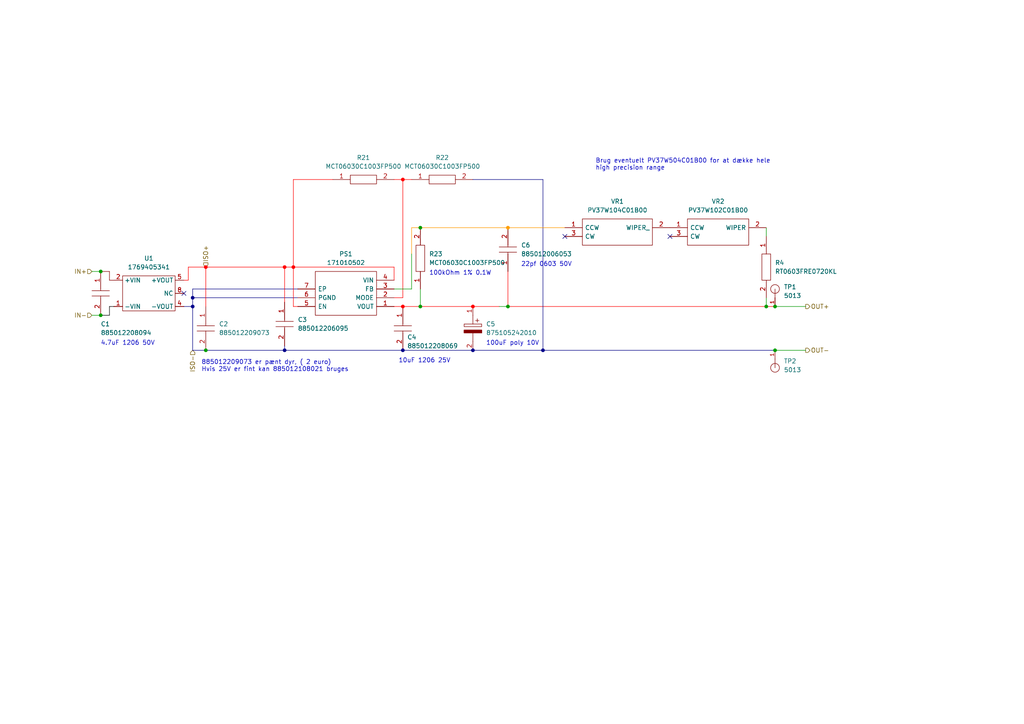
<source format=kicad_sch>
(kicad_sch (version 20211123) (generator eeschema)

  (uuid 894cfece-537a-410f-9ea9-33da52416300)

  (paper "A4")

  (lib_symbols
    (symbol "1769405341_1" (in_bom yes) (on_board yes)
      (property "Reference" "U" (id 0) (at 0 13.97 0)
        (effects (font (size 1.27 1.27)))
      )
      (property "Value" "1769405341_1" (id 1) (at 0 -8.89 0)
        (effects (font (size 1.27 1.27)))
      )
      (property "Footprint" "" (id 2) (at 0 0 0)
        (effects (font (size 1.27 1.27)) hide)
      )
      (property "Datasheet" "" (id 3) (at 0 0 0)
        (effects (font (size 1.27 1.27)) hide)
      )
      (symbol "1769405341_1_0_1"
        (rectangle (start -7.62 5.08) (end 7.62 -5.08)
          (stroke (width 0) (type default) (color 0 0 0 0))
          (fill (type none))
        )
      )
      (symbol "1769405341_1_1_1"
        (pin input line (at -10.16 -3.81 0) (length 2.54)
          (name "-VIN" (effects (font (size 1.27 1.27))))
          (number "1" (effects (font (size 1.27 1.27))))
        )
        (pin input line (at -10.16 3.81 0) (length 2.54)
          (name "+VIN" (effects (font (size 1.27 1.27))))
          (number "2" (effects (font (size 1.27 1.27))))
        )
        (pin input line (at 10.16 -3.81 180) (length 2.54)
          (name "-VOUT" (effects (font (size 1.27 1.27))))
          (number "4" (effects (font (size 1.27 1.27))))
        )
        (pin input line (at 10.16 3.81 180) (length 2.54)
          (name "+VOUT" (effects (font (size 1.27 1.27))))
          (number "5" (effects (font (size 1.27 1.27))))
        )
        (pin input line (at 10.16 0 180) (length 2.54)
          (name "NC" (effects (font (size 1.27 1.27))))
          (number "8" (effects (font (size 1.27 1.27))))
        )
      )
    )
    (symbol "5013:5013" (pin_names (offset 1.016) hide) (in_bom yes) (on_board yes)
      (property "Reference" "TP" (id 0) (at -2.54 2.032 0)
        (effects (font (size 1.27 1.27)) (justify left bottom))
      )
      (property "Value" "5013" (id 1) (at -2.54 -3.302 0)
        (effects (font (size 1.27 1.27)) (justify left bottom))
      )
      (property "Footprint" "TESTPOINT_5013" (id 2) (at 0 0 0)
        (effects (font (size 1.27 1.27)) (justify left bottom) hide)
      )
      (property "Datasheet" "" (id 3) (at 0 0 0)
        (effects (font (size 1.27 1.27)) (justify left bottom) hide)
      )
      (property "PARTREV" "F" (id 4) (at 0 0 0)
        (effects (font (size 1.27 1.27)) (justify left bottom) hide)
      )
      (property "MF" "Keystone" (id 5) (at 0 0 0)
        (effects (font (size 1.27 1.27)) (justify left bottom) hide)
      )
      (property "STANDARD" "Manufacturer Recommendations" (id 6) (at 0 0 0)
        (effects (font (size 1.27 1.27)) (justify left bottom) hide)
      )
      (property "ki_locked" "" (id 7) (at 0 0 0)
        (effects (font (size 1.27 1.27)))
      )
      (symbol "5013_0_0"
        (polyline
          (pts
            (xy 0 0)
            (xy -2.54 0)
          )
          (stroke (width 0.1524) (type default) (color 0 0 0 0))
          (fill (type none))
        )
        (circle (center 0 0) (radius 1.27)
          (stroke (width 0) (type default) (color 0 0 0 0))
          (fill (type none))
        )
        (pin passive line (at -5.08 0 0) (length 2.54)
          (name "~" (effects (font (size 1.016 1.016))))
          (number "1" (effects (font (size 1.016 1.016))))
        )
      )
    )
    (symbol "SamacSys_Parts:171010502" (pin_names (offset 0.762)) (in_bom yes) (on_board yes)
      (property "Reference" "PS" (id 0) (at 24.13 7.62 0)
        (effects (font (size 1.27 1.27)) (justify left))
      )
      (property "Value" "171010502" (id 1) (at 24.13 5.08 0)
        (effects (font (size 1.27 1.27)) (justify left))
      )
      (property "Footprint" "171010502" (id 2) (at 24.13 2.54 0)
        (effects (font (size 1.27 1.27)) (justify left) hide)
      )
      (property "Datasheet" "https://www.we-online.de/katalog/datasheet/171010502.pdf" (id 3) (at 24.13 0 0)
        (effects (font (size 1.27 1.27)) (justify left) hide)
      )
      (property "Description" "Non-Isolated DC/DC Converters VDMM Open Frame 1A 2.5-5.5V Input" (id 4) (at 24.13 -2.54 0)
        (effects (font (size 1.27 1.27)) (justify left) hide)
      )
      (property "Height" "1.75" (id 5) (at 24.13 -5.08 0)
        (effects (font (size 1.27 1.27)) (justify left) hide)
      )
      (property "Mouser Part Number" "710-171010502" (id 6) (at 24.13 -7.62 0)
        (effects (font (size 1.27 1.27)) (justify left) hide)
      )
      (property "Mouser Price/Stock" "https://www.mouser.co.uk/ProductDetail/Wurth-Elektronik/171010502?qs=d0WKAl%252BL4KZQavF%2FfPoRDg%3D%3D" (id 7) (at 24.13 -10.16 0)
        (effects (font (size 1.27 1.27)) (justify left) hide)
      )
      (property "Manufacturer_Name" "Wurth Elektronik" (id 8) (at 24.13 -12.7 0)
        (effects (font (size 1.27 1.27)) (justify left) hide)
      )
      (property "Manufacturer_Part_Number" "171010502" (id 9) (at 24.13 -15.24 0)
        (effects (font (size 1.27 1.27)) (justify left) hide)
      )
      (property "ki_description" "Non-Isolated DC/DC Converters VDMM Open Frame 1A 2.5-5.5V Input" (id 10) (at 0 0 0)
        (effects (font (size 1.27 1.27)) hide)
      )
      (symbol "171010502_0_0"
        (pin passive line (at 0 0 0) (length 5.08)
          (name "VOUT" (effects (font (size 1.27 1.27))))
          (number "1" (effects (font (size 1.27 1.27))))
        )
        (pin passive line (at 0 -2.54 0) (length 5.08)
          (name "MODE" (effects (font (size 1.27 1.27))))
          (number "2" (effects (font (size 1.27 1.27))))
        )
        (pin passive line (at 0 -5.08 0) (length 5.08)
          (name "FB" (effects (font (size 1.27 1.27))))
          (number "3" (effects (font (size 1.27 1.27))))
        )
        (pin passive line (at 0 -7.62 0) (length 5.08)
          (name "VIN" (effects (font (size 1.27 1.27))))
          (number "4" (effects (font (size 1.27 1.27))))
        )
        (pin passive line (at 27.94 0 180) (length 5.08)
          (name "EN" (effects (font (size 1.27 1.27))))
          (number "5" (effects (font (size 1.27 1.27))))
        )
        (pin passive line (at 27.94 -2.54 180) (length 5.08)
          (name "PGND" (effects (font (size 1.27 1.27))))
          (number "6" (effects (font (size 1.27 1.27))))
        )
        (pin passive line (at 27.94 -5.08 180) (length 5.08)
          (name "EP" (effects (font (size 1.27 1.27))))
          (number "7" (effects (font (size 1.27 1.27))))
        )
      )
      (symbol "171010502_0_1"
        (polyline
          (pts
            (xy 5.08 2.54)
            (xy 22.86 2.54)
            (xy 22.86 -10.16)
            (xy 5.08 -10.16)
            (xy 5.08 2.54)
          )
          (stroke (width 0.1524) (type default) (color 0 0 0 0))
          (fill (type none))
        )
      )
    )
    (symbol "SamacSys_Parts:875105242010" (pin_names (offset 0.762)) (in_bom yes) (on_board yes)
      (property "Reference" "C" (id 0) (at 8.89 6.35 0)
        (effects (font (size 1.27 1.27)) (justify left))
      )
      (property "Value" "875105242010" (id 1) (at 8.89 3.81 0)
        (effects (font (size 1.27 1.27)) (justify left))
      )
      (property "Footprint" "CAPAE530X550N" (id 2) (at 8.89 1.27 0)
        (effects (font (size 1.27 1.27)) (justify left) hide)
      )
      (property "Datasheet" "https://katalog.we-online.com/pbs/datasheet/875105242010.pdf" (id 3) (at 8.89 -1.27 0)
        (effects (font (size 1.27 1.27)) (justify left) hide)
      )
      (property "Description" "Wurth Elektronik 100uF 10 V dc Aluminium Polymer Capacitor, WCAP-PSLP Series 2000h 5.5 (Dia.) x 4.85mm" (id 4) (at 8.89 -3.81 0)
        (effects (font (size 1.27 1.27)) (justify left) hide)
      )
      (property "Height" "5.5" (id 5) (at 8.89 -6.35 0)
        (effects (font (size 1.27 1.27)) (justify left) hide)
      )
      (property "Mouser Part Number" "710-875105242010" (id 6) (at 8.89 -8.89 0)
        (effects (font (size 1.27 1.27)) (justify left) hide)
      )
      (property "Mouser Price/Stock" "https://www.mouser.co.uk/ProductDetail/Wurth-Elektronik/875105242010?qs=0KOYDY2FL2%252BkWotU1M3qUQ%3D%3D" (id 7) (at 8.89 -11.43 0)
        (effects (font (size 1.27 1.27)) (justify left) hide)
      )
      (property "Manufacturer_Name" "Wurth Elektronik" (id 8) (at 8.89 -13.97 0)
        (effects (font (size 1.27 1.27)) (justify left) hide)
      )
      (property "Manufacturer_Part_Number" "875105242010" (id 9) (at 8.89 -16.51 0)
        (effects (font (size 1.27 1.27)) (justify left) hide)
      )
      (property "ki_description" "Wurth Elektronik 100uF 10 V dc Aluminium Polymer Capacitor, WCAP-PSLP Series 2000h 5.5 (Dia.) x 4.85mm" (id 10) (at 0 0 0)
        (effects (font (size 1.27 1.27)) hide)
      )
      (symbol "875105242010_0_0"
        (pin passive line (at 0 0 0) (length 2.54)
          (name "~" (effects (font (size 1.27 1.27))))
          (number "1" (effects (font (size 1.27 1.27))))
        )
        (pin passive line (at 12.7 0 180) (length 2.54)
          (name "~" (effects (font (size 1.27 1.27))))
          (number "2" (effects (font (size 1.27 1.27))))
        )
      )
      (symbol "875105242010_0_1"
        (polyline
          (pts
            (xy 2.54 0)
            (xy 5.08 0)
          )
          (stroke (width 0.1524) (type default) (color 0 0 0 0))
          (fill (type none))
        )
        (polyline
          (pts
            (xy 4.064 1.778)
            (xy 4.064 0.762)
          )
          (stroke (width 0.1524) (type default) (color 0 0 0 0))
          (fill (type none))
        )
        (polyline
          (pts
            (xy 4.572 1.27)
            (xy 3.556 1.27)
          )
          (stroke (width 0.1524) (type default) (color 0 0 0 0))
          (fill (type none))
        )
        (polyline
          (pts
            (xy 7.62 0)
            (xy 10.16 0)
          )
          (stroke (width 0.1524) (type default) (color 0 0 0 0))
          (fill (type none))
        )
        (polyline
          (pts
            (xy 5.08 2.54)
            (xy 5.08 -2.54)
            (xy 5.842 -2.54)
            (xy 5.842 2.54)
            (xy 5.08 2.54)
          )
          (stroke (width 0.1524) (type default) (color 0 0 0 0))
          (fill (type none))
        )
        (polyline
          (pts
            (xy 7.62 2.54)
            (xy 7.62 -2.54)
            (xy 6.858 -2.54)
            (xy 6.858 2.54)
            (xy 7.62 2.54)
          )
          (stroke (width 0.254) (type default) (color 0 0 0 0))
          (fill (type outline))
        )
      )
    )
    (symbol "SamacSys_Parts:885012006053" (pin_names (offset 0.762)) (in_bom yes) (on_board yes)
      (property "Reference" "C" (id 0) (at 8.89 6.35 0)
        (effects (font (size 1.27 1.27)) (justify left))
      )
      (property "Value" "885012006053" (id 1) (at 8.89 3.81 0)
        (effects (font (size 1.27 1.27)) (justify left))
      )
      (property "Footprint" "CAPC1608X87N" (id 2) (at 8.89 1.27 0)
        (effects (font (size 1.27 1.27)) (justify left) hide)
      )
      (property "Datasheet" "https://katalog.we-online.com/pbs/datasheet/885012006053.pdf" (id 3) (at 8.89 -1.27 0)
        (effects (font (size 1.27 1.27)) (justify left) hide)
      )
      (property "Description" "Multilayer Ceramic Chip Capacitor WCAP-CSGP Series 0603 22pF NP00603220J050DFCT10000" (id 4) (at 8.89 -3.81 0)
        (effects (font (size 1.27 1.27)) (justify left) hide)
      )
      (property "Height" "0.87" (id 5) (at 8.89 -6.35 0)
        (effects (font (size 1.27 1.27)) (justify left) hide)
      )
      (property "Mouser Part Number" "710-885012006053" (id 6) (at 8.89 -8.89 0)
        (effects (font (size 1.27 1.27)) (justify left) hide)
      )
      (property "Mouser Price/Stock" "https://www.mouser.co.uk/ProductDetail/Wurth-Elektronik/885012006053?qs=0KOYDY2FL28j0s08hcyKIA%3D%3D" (id 7) (at 8.89 -11.43 0)
        (effects (font (size 1.27 1.27)) (justify left) hide)
      )
      (property "Manufacturer_Name" "Wurth Elektronik" (id 8) (at 8.89 -13.97 0)
        (effects (font (size 1.27 1.27)) (justify left) hide)
      )
      (property "Manufacturer_Part_Number" "885012006053" (id 9) (at 8.89 -16.51 0)
        (effects (font (size 1.27 1.27)) (justify left) hide)
      )
      (property "ki_description" "Multilayer Ceramic Chip Capacitor WCAP-CSGP Series 0603 22pF NP00603220J050DFCT10000" (id 10) (at 0 0 0)
        (effects (font (size 1.27 1.27)) hide)
      )
      (symbol "885012006053_0_0"
        (pin passive line (at 0 0 0) (length 5.08)
          (name "~" (effects (font (size 1.27 1.27))))
          (number "1" (effects (font (size 1.27 1.27))))
        )
        (pin passive line (at 12.7 0 180) (length 5.08)
          (name "~" (effects (font (size 1.27 1.27))))
          (number "2" (effects (font (size 1.27 1.27))))
        )
      )
      (symbol "885012006053_0_1"
        (polyline
          (pts
            (xy 5.08 0)
            (xy 5.588 0)
          )
          (stroke (width 0.1524) (type default) (color 0 0 0 0))
          (fill (type none))
        )
        (polyline
          (pts
            (xy 5.588 2.54)
            (xy 5.588 -2.54)
          )
          (stroke (width 0.1524) (type default) (color 0 0 0 0))
          (fill (type none))
        )
        (polyline
          (pts
            (xy 7.112 0)
            (xy 7.62 0)
          )
          (stroke (width 0.1524) (type default) (color 0 0 0 0))
          (fill (type none))
        )
        (polyline
          (pts
            (xy 7.112 2.54)
            (xy 7.112 -2.54)
          )
          (stroke (width 0.1524) (type default) (color 0 0 0 0))
          (fill (type none))
        )
      )
    )
    (symbol "SamacSys_Parts:885012206095" (pin_names (offset 0.762)) (in_bom yes) (on_board yes)
      (property "Reference" "C" (id 0) (at 8.89 6.35 0)
        (effects (font (size 1.27 1.27)) (justify left))
      )
      (property "Value" "885012206095" (id 1) (at 8.89 3.81 0)
        (effects (font (size 1.27 1.27)) (justify left))
      )
      (property "Footprint" "CAPC1608X87N" (id 2) (at 8.89 1.27 0)
        (effects (font (size 1.27 1.27)) (justify left) hide)
      )
      (property "Datasheet" "https://katalog.we-online.com/pbs/datasheet/885012206095.pdf" (id 3) (at 8.89 -1.27 0)
        (effects (font (size 1.27 1.27)) (justify left) hide)
      )
      (property "Description" "Wurth Elektronik 0603 WCAP-CSGP 100nF Ceramic Multilayer Capacitor, 50 V dc, +125C, X7R Dielectric, +/-10%" (id 4) (at 8.89 -3.81 0)
        (effects (font (size 1.27 1.27)) (justify left) hide)
      )
      (property "Height" "0.87" (id 5) (at 8.89 -6.35 0)
        (effects (font (size 1.27 1.27)) (justify left) hide)
      )
      (property "Mouser Part Number" "710-885012206095" (id 6) (at 8.89 -8.89 0)
        (effects (font (size 1.27 1.27)) (justify left) hide)
      )
      (property "Mouser Price/Stock" "https://www.mouser.co.uk/ProductDetail/Wurth-Elektronik/885012206095?qs=0KOYDY2FL2%2FIErXVpcsrTQ%3D%3D" (id 7) (at 8.89 -11.43 0)
        (effects (font (size 1.27 1.27)) (justify left) hide)
      )
      (property "Manufacturer_Name" "Wurth Elektronik" (id 8) (at 8.89 -13.97 0)
        (effects (font (size 1.27 1.27)) (justify left) hide)
      )
      (property "Manufacturer_Part_Number" "885012206095" (id 9) (at 8.89 -16.51 0)
        (effects (font (size 1.27 1.27)) (justify left) hide)
      )
      (property "ki_description" "Wurth Elektronik 0603 WCAP-CSGP 100nF Ceramic Multilayer Capacitor, 50 V dc, +125C, X7R Dielectric, +/-10%" (id 10) (at 0 0 0)
        (effects (font (size 1.27 1.27)) hide)
      )
      (symbol "885012206095_0_0"
        (pin passive line (at 0 0 0) (length 5.08)
          (name "~" (effects (font (size 1.27 1.27))))
          (number "1" (effects (font (size 1.27 1.27))))
        )
        (pin passive line (at 12.7 0 180) (length 5.08)
          (name "~" (effects (font (size 1.27 1.27))))
          (number "2" (effects (font (size 1.27 1.27))))
        )
      )
      (symbol "885012206095_0_1"
        (polyline
          (pts
            (xy 5.08 0)
            (xy 5.588 0)
          )
          (stroke (width 0.1524) (type default) (color 0 0 0 0))
          (fill (type none))
        )
        (polyline
          (pts
            (xy 5.588 2.54)
            (xy 5.588 -2.54)
          )
          (stroke (width 0.1524) (type default) (color 0 0 0 0))
          (fill (type none))
        )
        (polyline
          (pts
            (xy 7.112 0)
            (xy 7.62 0)
          )
          (stroke (width 0.1524) (type default) (color 0 0 0 0))
          (fill (type none))
        )
        (polyline
          (pts
            (xy 7.112 2.54)
            (xy 7.112 -2.54)
          )
          (stroke (width 0.1524) (type default) (color 0 0 0 0))
          (fill (type none))
        )
      )
    )
    (symbol "SamacSys_Parts:885012208069" (pin_names (offset 0.762)) (in_bom yes) (on_board yes)
      (property "Reference" "C" (id 0) (at 8.89 6.35 0)
        (effects (font (size 1.27 1.27)) (justify left))
      )
      (property "Value" "885012208069" (id 1) (at 8.89 3.81 0)
        (effects (font (size 1.27 1.27)) (justify left))
      )
      (property "Footprint" "CAPC3216X180N" (id 2) (at 8.89 1.27 0)
        (effects (font (size 1.27 1.27)) (justify left) hide)
      )
      (property "Datasheet" "https://katalog.we-online.com/pbs/datasheet/885012208069.pdf" (id 3) (at 8.89 -1.27 0)
        (effects (font (size 1.27 1.27)) (justify left) hide)
      )
      (property "Description" "Multilayer Ceramic Chip Capacitor WCAP-CSGP Series 1206 10000000pF X7R1206106K025DFCT10000" (id 4) (at 8.89 -3.81 0)
        (effects (font (size 1.27 1.27)) (justify left) hide)
      )
      (property "Height" "1.8" (id 5) (at 8.89 -6.35 0)
        (effects (font (size 1.27 1.27)) (justify left) hide)
      )
      (property "Mouser Part Number" "710-885012208069" (id 6) (at 8.89 -8.89 0)
        (effects (font (size 1.27 1.27)) (justify left) hide)
      )
      (property "Mouser Price/Stock" "https://www.mouser.co.uk/ProductDetail/Wurth-Elektronik/885012208069?qs=0KOYDY2FL2%2FiIl0oJPR7BQ%3D%3D" (id 7) (at 8.89 -11.43 0)
        (effects (font (size 1.27 1.27)) (justify left) hide)
      )
      (property "Manufacturer_Name" "Wurth Elektronik" (id 8) (at 8.89 -13.97 0)
        (effects (font (size 1.27 1.27)) (justify left) hide)
      )
      (property "Manufacturer_Part_Number" "885012208069" (id 9) (at 8.89 -16.51 0)
        (effects (font (size 1.27 1.27)) (justify left) hide)
      )
      (property "ki_description" "Multilayer Ceramic Chip Capacitor WCAP-CSGP Series 1206 10000000pF X7R1206106K025DFCT10000" (id 10) (at 0 0 0)
        (effects (font (size 1.27 1.27)) hide)
      )
      (symbol "885012208069_0_0"
        (pin passive line (at 0 0 0) (length 5.08)
          (name "~" (effects (font (size 1.27 1.27))))
          (number "1" (effects (font (size 1.27 1.27))))
        )
        (pin passive line (at 12.7 0 180) (length 5.08)
          (name "~" (effects (font (size 1.27 1.27))))
          (number "2" (effects (font (size 1.27 1.27))))
        )
      )
      (symbol "885012208069_0_1"
        (polyline
          (pts
            (xy 5.08 0)
            (xy 5.588 0)
          )
          (stroke (width 0.1524) (type default) (color 0 0 0 0))
          (fill (type none))
        )
        (polyline
          (pts
            (xy 5.588 2.54)
            (xy 5.588 -2.54)
          )
          (stroke (width 0.1524) (type default) (color 0 0 0 0))
          (fill (type none))
        )
        (polyline
          (pts
            (xy 7.112 0)
            (xy 7.62 0)
          )
          (stroke (width 0.1524) (type default) (color 0 0 0 0))
          (fill (type none))
        )
        (polyline
          (pts
            (xy 7.112 2.54)
            (xy 7.112 -2.54)
          )
          (stroke (width 0.1524) (type default) (color 0 0 0 0))
          (fill (type none))
        )
      )
    )
    (symbol "SamacSys_Parts:885012208094" (pin_names (offset 0.762)) (in_bom yes) (on_board yes)
      (property "Reference" "C" (id 0) (at 8.89 6.35 0)
        (effects (font (size 1.27 1.27)) (justify left))
      )
      (property "Value" "885012208094" (id 1) (at 8.89 3.81 0)
        (effects (font (size 1.27 1.27)) (justify left))
      )
      (property "Footprint" "CAPC3216X180N" (id 2) (at 8.89 1.27 0)
        (effects (font (size 1.27 1.27)) (justify left) hide)
      )
      (property "Datasheet" "https://katalog.we-online.com/pbs/datasheet/885012208094.pdf" (id 3) (at 8.89 -1.27 0)
        (effects (font (size 1.27 1.27)) (justify left) hide)
      )
      (property "Description" "Multilayer Ceramic Chip Capacitor WCAP-CSGP Series 1206 4700000pF X7R1206475K050DFCT10000" (id 4) (at 8.89 -3.81 0)
        (effects (font (size 1.27 1.27)) (justify left) hide)
      )
      (property "Height" "1.8" (id 5) (at 8.89 -6.35 0)
        (effects (font (size 1.27 1.27)) (justify left) hide)
      )
      (property "Mouser Part Number" "710-885012208094" (id 6) (at 8.89 -8.89 0)
        (effects (font (size 1.27 1.27)) (justify left) hide)
      )
      (property "Mouser Price/Stock" "https://www.mouser.co.uk/ProductDetail/Wurth-Elektronik/885012208094?qs=0KOYDY2FL2%252BxdNO1qfhTfQ%3D%3D" (id 7) (at 8.89 -11.43 0)
        (effects (font (size 1.27 1.27)) (justify left) hide)
      )
      (property "Manufacturer_Name" "Wurth Elektronik" (id 8) (at 8.89 -13.97 0)
        (effects (font (size 1.27 1.27)) (justify left) hide)
      )
      (property "Manufacturer_Part_Number" "885012208094" (id 9) (at 8.89 -16.51 0)
        (effects (font (size 1.27 1.27)) (justify left) hide)
      )
      (property "ki_description" "Multilayer Ceramic Chip Capacitor WCAP-CSGP Series 1206 4700000pF X7R1206475K050DFCT10000" (id 10) (at 0 0 0)
        (effects (font (size 1.27 1.27)) hide)
      )
      (symbol "885012208094_0_0"
        (pin passive line (at 0 0 0) (length 5.08)
          (name "~" (effects (font (size 1.27 1.27))))
          (number "1" (effects (font (size 1.27 1.27))))
        )
        (pin passive line (at 12.7 0 180) (length 5.08)
          (name "~" (effects (font (size 1.27 1.27))))
          (number "2" (effects (font (size 1.27 1.27))))
        )
      )
      (symbol "885012208094_0_1"
        (polyline
          (pts
            (xy 5.08 0)
            (xy 5.588 0)
          )
          (stroke (width 0.1524) (type default) (color 0 0 0 0))
          (fill (type none))
        )
        (polyline
          (pts
            (xy 5.588 2.54)
            (xy 5.588 -2.54)
          )
          (stroke (width 0.1524) (type default) (color 0 0 0 0))
          (fill (type none))
        )
        (polyline
          (pts
            (xy 7.112 0)
            (xy 7.62 0)
          )
          (stroke (width 0.1524) (type default) (color 0 0 0 0))
          (fill (type none))
        )
        (polyline
          (pts
            (xy 7.112 2.54)
            (xy 7.112 -2.54)
          )
          (stroke (width 0.1524) (type default) (color 0 0 0 0))
          (fill (type none))
        )
      )
    )
    (symbol "SamacSys_Parts:885012209073" (pin_names (offset 0.762)) (in_bom yes) (on_board yes)
      (property "Reference" "C" (id 0) (at 8.89 6.35 0)
        (effects (font (size 1.27 1.27)) (justify left))
      )
      (property "Value" "885012209073" (id 1) (at 8.89 3.81 0)
        (effects (font (size 1.27 1.27)) (justify left))
      )
      (property "Footprint" "CAPC3225X280N" (id 2) (at 8.89 1.27 0)
        (effects (font (size 1.27 1.27)) (justify left) hide)
      )
      (property "Datasheet" "https://katalog.we-online.com/pbs/datasheet/885012209073.pdf" (id 3) (at 8.89 -1.27 0)
        (effects (font (size 1.27 1.27)) (justify left) hide)
      )
      (property "Description" "Multilayer Ceramic Chip Capacitor WCAP-CSGP Series 1210 60pF X7R1210106K050DFCT10000" (id 4) (at 8.89 -3.81 0)
        (effects (font (size 1.27 1.27)) (justify left) hide)
      )
      (property "Height" "2.8" (id 5) (at 8.89 -6.35 0)
        (effects (font (size 1.27 1.27)) (justify left) hide)
      )
      (property "Mouser Part Number" "710-885012209073" (id 6) (at 8.89 -8.89 0)
        (effects (font (size 1.27 1.27)) (justify left) hide)
      )
      (property "Mouser Price/Stock" "https://www.mouser.co.uk/ProductDetail/Wurth-Elektronik/885012209073?qs=sPbYRqrBIVm8PsM2ljQIMg%3D%3D" (id 7) (at 8.89 -11.43 0)
        (effects (font (size 1.27 1.27)) (justify left) hide)
      )
      (property "Manufacturer_Name" "Wurth Elektronik" (id 8) (at 8.89 -13.97 0)
        (effects (font (size 1.27 1.27)) (justify left) hide)
      )
      (property "Manufacturer_Part_Number" "885012209073" (id 9) (at 8.89 -16.51 0)
        (effects (font (size 1.27 1.27)) (justify left) hide)
      )
      (property "ki_description" "Multilayer Ceramic Chip Capacitor WCAP-CSGP Series 1210 60pF X7R1210106K050DFCT10000" (id 10) (at 0 0 0)
        (effects (font (size 1.27 1.27)) hide)
      )
      (symbol "885012209073_0_0"
        (pin passive line (at 0 0 0) (length 5.08)
          (name "~" (effects (font (size 1.27 1.27))))
          (number "1" (effects (font (size 1.27 1.27))))
        )
        (pin passive line (at 12.7 0 180) (length 5.08)
          (name "~" (effects (font (size 1.27 1.27))))
          (number "2" (effects (font (size 1.27 1.27))))
        )
      )
      (symbol "885012209073_0_1"
        (polyline
          (pts
            (xy 5.08 0)
            (xy 5.588 0)
          )
          (stroke (width 0.1524) (type default) (color 0 0 0 0))
          (fill (type none))
        )
        (polyline
          (pts
            (xy 5.588 2.54)
            (xy 5.588 -2.54)
          )
          (stroke (width 0.1524) (type default) (color 0 0 0 0))
          (fill (type none))
        )
        (polyline
          (pts
            (xy 7.112 0)
            (xy 7.62 0)
          )
          (stroke (width 0.1524) (type default) (color 0 0 0 0))
          (fill (type none))
        )
        (polyline
          (pts
            (xy 7.112 2.54)
            (xy 7.112 -2.54)
          )
          (stroke (width 0.1524) (type default) (color 0 0 0 0))
          (fill (type none))
        )
      )
    )
    (symbol "SamacSys_Parts:MCT06030C1003FP500" (pin_names (offset 0.762)) (in_bom yes) (on_board yes)
      (property "Reference" "R" (id 0) (at 13.97 6.35 0)
        (effects (font (size 1.27 1.27)) (justify left))
      )
      (property "Value" "MCT06030C1003FP500" (id 1) (at 13.97 3.81 0)
        (effects (font (size 1.27 1.27)) (justify left))
      )
      (property "Footprint" "RESC1608X55N" (id 2) (at 13.97 1.27 0)
        (effects (font (size 1.27 1.27)) (justify left) hide)
      )
      (property "Datasheet" "http://www.vishay.com/docs/28705/mcx0x0xpro.pdf" (id 3) (at 13.97 -1.27 0)
        (effects (font (size 1.27 1.27)) (justify left) hide)
      )
      (property "Description" "Thin Film Resistors - SMD .1W 100Kohm 1% 0603 50ppm Auto" (id 4) (at 13.97 -3.81 0)
        (effects (font (size 1.27 1.27)) (justify left) hide)
      )
      (property "Height" "0.55" (id 5) (at 13.97 -6.35 0)
        (effects (font (size 1.27 1.27)) (justify left) hide)
      )
      (property "Mouser Part Number" "594-MCT06030C1003FP5" (id 6) (at 13.97 -8.89 0)
        (effects (font (size 1.27 1.27)) (justify left) hide)
      )
      (property "Mouser Price/Stock" "https://www.mouser.co.uk/ProductDetail/Vishay-Beyschlag/MCT06030C1003FP500?qs=OkbXAuJ%2FeQLKw6BAE1M8zQ%3D%3D" (id 7) (at 13.97 -11.43 0)
        (effects (font (size 1.27 1.27)) (justify left) hide)
      )
      (property "Manufacturer_Name" "Vishay" (id 8) (at 13.97 -13.97 0)
        (effects (font (size 1.27 1.27)) (justify left) hide)
      )
      (property "Manufacturer_Part_Number" "MCT06030C1003FP500" (id 9) (at 13.97 -16.51 0)
        (effects (font (size 1.27 1.27)) (justify left) hide)
      )
      (property "ki_description" "Thin Film Resistors - SMD .1W 100Kohm 1% 0603 50ppm Auto" (id 10) (at 0 0 0)
        (effects (font (size 1.27 1.27)) hide)
      )
      (symbol "MCT06030C1003FP500_0_0"
        (pin passive line (at 0 0 0) (length 5.08)
          (name "~" (effects (font (size 1.27 1.27))))
          (number "1" (effects (font (size 1.27 1.27))))
        )
        (pin passive line (at 17.78 0 180) (length 5.08)
          (name "~" (effects (font (size 1.27 1.27))))
          (number "2" (effects (font (size 1.27 1.27))))
        )
      )
      (symbol "MCT06030C1003FP500_0_1"
        (polyline
          (pts
            (xy 5.08 1.27)
            (xy 12.7 1.27)
            (xy 12.7 -1.27)
            (xy 5.08 -1.27)
            (xy 5.08 1.27)
          )
          (stroke (width 0.1524) (type default) (color 0 0 0 0))
          (fill (type none))
        )
      )
    )
    (symbol "SamacSys_Parts:PV37W102C01B00" (pin_names (offset 0.762)) (in_bom yes) (on_board yes)
      (property "Reference" "VR" (id 0) (at 24.13 7.62 0)
        (effects (font (size 1.27 1.27)) (justify left))
      )
      (property "Value" "PV37W102C01B00" (id 1) (at 24.13 5.08 0)
        (effects (font (size 1.27 1.27)) (justify left))
      )
      (property "Footprint" "PV37W102C01B00" (id 2) (at 24.13 2.54 0)
        (effects (font (size 1.27 1.27)) (justify left) hide)
      )
      (property "Datasheet" "https://www.bourns.com/docs/Product-Datasheets/pv37.pdf" (id 3) (at 24.13 0 0)
        (effects (font (size 1.27 1.27)) (justify left) hide)
      )
      (property "Description" "Trimmer Resistors - Through Hole 1.0Kohms Sealed 6mm SQ 12turn" (id 4) (at 24.13 -2.54 0)
        (effects (font (size 1.27 1.27)) (justify left) hide)
      )
      (property "Height" "7.75" (id 5) (at 24.13 -5.08 0)
        (effects (font (size 1.27 1.27)) (justify left) hide)
      )
      (property "Mouser Part Number" "81-PV37W102C01B00" (id 6) (at 24.13 -7.62 0)
        (effects (font (size 1.27 1.27)) (justify left) hide)
      )
      (property "Mouser Price/Stock" "https://www.mouser.co.uk/ProductDetail/Bourns/PV37W102C01B00?qs=M0b1YOHIqsZSVLzeL3P2%2FA%3D%3D" (id 7) (at 24.13 -10.16 0)
        (effects (font (size 1.27 1.27)) (justify left) hide)
      )
      (property "Manufacturer_Name" "Bourns" (id 8) (at 24.13 -12.7 0)
        (effects (font (size 1.27 1.27)) (justify left) hide)
      )
      (property "Manufacturer_Part_Number" "PV37W102C01B00" (id 9) (at 24.13 -15.24 0)
        (effects (font (size 1.27 1.27)) (justify left) hide)
      )
      (property "ki_description" "Trimmer Resistors - Through Hole 1.0Kohms Sealed 6mm SQ 12turn" (id 10) (at 0 0 0)
        (effects (font (size 1.27 1.27)) hide)
      )
      (symbol "PV37W102C01B00_0_0"
        (pin passive line (at 0 0 0) (length 5.08)
          (name "CCW" (effects (font (size 1.27 1.27))))
          (number "1" (effects (font (size 1.27 1.27))))
        )
        (pin passive line (at 27.94 0 180) (length 5.08)
          (name "WIPER" (effects (font (size 1.27 1.27))))
          (number "2" (effects (font (size 1.27 1.27))))
        )
        (pin passive line (at 0 -2.54 0) (length 5.08)
          (name "CW" (effects (font (size 1.27 1.27))))
          (number "3" (effects (font (size 1.27 1.27))))
        )
      )
      (symbol "PV37W102C01B00_0_1"
        (polyline
          (pts
            (xy 5.08 2.54)
            (xy 22.86 2.54)
            (xy 22.86 -5.08)
            (xy 5.08 -5.08)
            (xy 5.08 2.54)
          )
          (stroke (width 0.1524) (type default) (color 0 0 0 0))
          (fill (type none))
        )
      )
    )
    (symbol "SamacSys_Parts:PV37W104C01B00" (pin_names (offset 0.762)) (in_bom yes) (on_board yes)
      (property "Reference" "VR" (id 0) (at 26.67 7.62 0)
        (effects (font (size 1.27 1.27)) (justify left))
      )
      (property "Value" "PV37W104C01B00" (id 1) (at 26.67 5.08 0)
        (effects (font (size 1.27 1.27)) (justify left))
      )
      (property "Footprint" "PV37W104C01B00" (id 2) (at 26.67 2.54 0)
        (effects (font (size 1.27 1.27)) (justify left) hide)
      )
      (property "Datasheet" "https://www.bourns.com/docs/Product-Datasheets/pv37.pdf" (id 3) (at 26.67 0 0)
        (effects (font (size 1.27 1.27)) (justify left) hide)
      )
      (property "Description" "Trimmer Resistors - Through Hole 100Kohms Sealed 6mm SQ 12turn" (id 4) (at 26.67 -2.54 0)
        (effects (font (size 1.27 1.27)) (justify left) hide)
      )
      (property "Height" "8.77" (id 5) (at 26.67 -5.08 0)
        (effects (font (size 1.27 1.27)) (justify left) hide)
      )
      (property "Mouser Part Number" "81-PV37W104C01B00" (id 6) (at 26.67 -7.62 0)
        (effects (font (size 1.27 1.27)) (justify left) hide)
      )
      (property "Mouser Price/Stock" "https://www.mouser.co.uk/ProductDetail/Bourns/PV37W104C01B00/?qs=M0b1YOHIqsYKygqcp9W9tA%3D%3D" (id 7) (at 26.67 -10.16 0)
        (effects (font (size 1.27 1.27)) (justify left) hide)
      )
      (property "Manufacturer_Name" "Bourns" (id 8) (at 26.67 -12.7 0)
        (effects (font (size 1.27 1.27)) (justify left) hide)
      )
      (property "Manufacturer_Part_Number" "PV37W104C01B00" (id 9) (at 26.67 -15.24 0)
        (effects (font (size 1.27 1.27)) (justify left) hide)
      )
      (property "ki_description" "Trimmer Resistors - Through Hole 100Kohms Sealed 6mm SQ 12turn" (id 10) (at 0 0 0)
        (effects (font (size 1.27 1.27)) hide)
      )
      (symbol "PV37W104C01B00_0_0"
        (pin passive line (at 0 0 0) (length 5.08)
          (name "CCW" (effects (font (size 1.27 1.27))))
          (number "1" (effects (font (size 1.27 1.27))))
        )
        (pin passive line (at 30.48 0 180) (length 5.08)
          (name "WIPER_" (effects (font (size 1.27 1.27))))
          (number "2" (effects (font (size 1.27 1.27))))
        )
        (pin passive line (at 0 -2.54 0) (length 5.08)
          (name "CW" (effects (font (size 1.27 1.27))))
          (number "3" (effects (font (size 1.27 1.27))))
        )
      )
      (symbol "PV37W104C01B00_0_1"
        (polyline
          (pts
            (xy 5.08 2.54)
            (xy 25.4 2.54)
            (xy 25.4 -5.08)
            (xy 5.08 -5.08)
            (xy 5.08 2.54)
          )
          (stroke (width 0.1524) (type default) (color 0 0 0 0))
          (fill (type none))
        )
      )
    )
    (symbol "SamacSys_Parts:RT0603FRE0720KL" (pin_names (offset 0.762)) (in_bom yes) (on_board yes)
      (property "Reference" "R" (id 0) (at 13.97 6.35 0)
        (effects (font (size 1.27 1.27)) (justify left))
      )
      (property "Value" "RT0603FRE0720KL" (id 1) (at 13.97 3.81 0)
        (effects (font (size 1.27 1.27)) (justify left))
      )
      (property "Footprint" "RESC1608X55N" (id 2) (at 13.97 1.27 0)
        (effects (font (size 1.27 1.27)) (justify left) hide)
      )
      (property "Datasheet" "" (id 3) (at 13.97 -1.27 0)
        (effects (font (size 1.27 1.27)) (justify left) hide)
      )
      (property "Description" "Thin Film Resistors - SMD 1/10W 20K ohm 1% 50ppm" (id 4) (at 13.97 -3.81 0)
        (effects (font (size 1.27 1.27)) (justify left) hide)
      )
      (property "Height" "0.55" (id 5) (at 13.97 -6.35 0)
        (effects (font (size 1.27 1.27)) (justify left) hide)
      )
      (property "Mouser Part Number" "603-RT0603FRE0720KL" (id 6) (at 13.97 -8.89 0)
        (effects (font (size 1.27 1.27)) (justify left) hide)
      )
      (property "Mouser Price/Stock" "https://www.mouser.co.uk/ProductDetail/YAGEO/RT0603FRE0720KL?qs=8cPjvKtxWv65BAftULaFAQ%3D%3D" (id 7) (at 13.97 -11.43 0)
        (effects (font (size 1.27 1.27)) (justify left) hide)
      )
      (property "Manufacturer_Name" "YAGEO" (id 8) (at 13.97 -13.97 0)
        (effects (font (size 1.27 1.27)) (justify left) hide)
      )
      (property "Manufacturer_Part_Number" "RT0603FRE0720KL" (id 9) (at 13.97 -16.51 0)
        (effects (font (size 1.27 1.27)) (justify left) hide)
      )
      (property "ki_description" "Thin Film Resistors - SMD 1/10W 20K ohm 1% 50ppm" (id 10) (at 0 0 0)
        (effects (font (size 1.27 1.27)) hide)
      )
      (symbol "RT0603FRE0720KL_0_0"
        (pin passive line (at 0 0 0) (length 5.08)
          (name "~" (effects (font (size 1.27 1.27))))
          (number "1" (effects (font (size 1.27 1.27))))
        )
        (pin passive line (at 17.78 0 180) (length 5.08)
          (name "~" (effects (font (size 1.27 1.27))))
          (number "2" (effects (font (size 1.27 1.27))))
        )
      )
      (symbol "RT0603FRE0720KL_0_1"
        (polyline
          (pts
            (xy 5.08 1.27)
            (xy 12.7 1.27)
            (xy 12.7 -1.27)
            (xy 5.08 -1.27)
            (xy 5.08 1.27)
          )
          (stroke (width 0.1524) (type default) (color 0 0 0 0))
          (fill (type none))
        )
      )
    )
  )

  (junction (at 137.16 101.6) (diameter 0) (color 0 0 132 1)
    (uuid 02fcde68-85f6-4aa7-910b-79d25c1a9cd6)
  )
  (junction (at 29.21 91.44) (diameter 0) (color 0 0 0 0)
    (uuid 2ede8a5c-9788-49b4-8c34-735c49b9ed1c)
  )
  (junction (at 82.55 101.6) (diameter 0) (color 0 0 132 1)
    (uuid 60bc5b9e-d1d1-45a4-8167-b7ca315560ce)
  )
  (junction (at 82.55 77.47) (diameter 0) (color 255 0 0 1)
    (uuid 6b74e588-1dc1-470f-931c-3a58f44b76e1)
  )
  (junction (at 147.32 88.9) (diameter 0) (color 0 0 0 0)
    (uuid 70aaaa6a-238a-407a-8c5d-1e54ff7fc69b)
  )
  (junction (at 116.84 52.07) (diameter 0) (color 255 0 0 1)
    (uuid 7446a060-9d4a-41f8-b81f-75e295f0ff7b)
  )
  (junction (at 137.16 88.9) (diameter 0) (color 255 0 0 1)
    (uuid 7d22bcfa-284f-4090-9351-40b723feba72)
  )
  (junction (at 59.69 101.6) (diameter 0) (color 0 0 0 0)
    (uuid 8b1faac8-66f6-486d-b922-50a9ed6829dc)
  )
  (junction (at 116.84 101.6) (diameter 0) (color 0 0 132 1)
    (uuid 8eb76fd1-0eba-4af3-a974-053858be4318)
  )
  (junction (at 121.92 66.04) (diameter 0) (color 0 0 0 0)
    (uuid 8ebbb7e2-b6de-433a-b901-b5644cf4b7cd)
  )
  (junction (at 29.21 78.74) (diameter 0) (color 0 0 0 0)
    (uuid 99e3da2d-2608-42c2-9266-19d0c68eca6e)
  )
  (junction (at 224.79 101.6) (diameter 0) (color 0 0 0 0)
    (uuid 9d4c4a73-b9ef-42aa-bb9b-51b50069cf4c)
  )
  (junction (at 157.48 101.6) (diameter 0) (color 0 0 132 1)
    (uuid a4943d4f-d5b3-4cb8-9796-8e3287f92eb3)
  )
  (junction (at 224.79 88.9) (diameter 0) (color 0 0 0 0)
    (uuid b0c5635f-c6d6-4aee-8896-d97d7698c5a1)
  )
  (junction (at 55.88 86.36) (diameter 0) (color 0 0 132 1)
    (uuid b27bf198-1455-49b2-9c21-5a5a1d4c2c26)
  )
  (junction (at 55.88 88.9) (diameter 0) (color 0 0 132 1)
    (uuid b3329195-a01b-413b-aef4-ee7c28e7d9d2)
  )
  (junction (at 85.09 77.47) (diameter 0) (color 255 0 0 1)
    (uuid b7d1727a-877e-4884-a994-8b727559763b)
  )
  (junction (at 147.32 66.04) (diameter 0) (color 255 153 0 1)
    (uuid c2307e1e-f264-4b5b-8e19-e9f6d09cb199)
  )
  (junction (at 121.92 88.9) (diameter 0) (color 0 0 0 0)
    (uuid c44f3506-fdb2-4e65-9a29-9adbc98d0f6c)
  )
  (junction (at 222.25 88.9) (diameter 0) (color 0 0 0 0)
    (uuid db78e590-a219-4f3b-bb76-8c1e705f6290)
  )
  (junction (at 116.84 88.9) (diameter 0) (color 255 0 0 1)
    (uuid e7a10a70-65b9-4d55-b012-5ae82785027f)
  )
  (junction (at 59.69 77.47) (diameter 0) (color 255 0 0 1)
    (uuid fa6f105f-735a-4d76-8092-c43b86eab52a)
  )

  (no_connect (at 53.34 85.09) (uuid 86975916-c5b3-49df-9d9b-b85864c3fcd2))
  (no_connect (at 194.31 68.58) (uuid e467f2c5-94af-4f63-bca1-d4edfcec72b4))
  (no_connect (at 163.83 68.58) (uuid e5aa25d7-5be8-4ac7-b78f-fa2550b90d7f))

  (wire (pts (xy 55.88 86.36) (xy 55.88 88.9))
    (stroke (width 0) (type default) (color 0 0 132 1))
    (uuid 00828325-a97a-41aa-b0a1-a463c6289b65)
  )
  (wire (pts (xy 114.3 77.47) (xy 114.3 81.28))
    (stroke (width 0) (type default) (color 255 0 0 1))
    (uuid 04f66567-14e6-41c6-b20e-49351b5cec35)
  )
  (wire (pts (xy 86.36 86.36) (xy 55.88 86.36))
    (stroke (width 0) (type default) (color 0 0 132 1))
    (uuid 05a65167-73d2-43bf-8621-a8c7c159c7ad)
  )
  (wire (pts (xy 116.84 86.36) (xy 116.84 52.07))
    (stroke (width 0) (type default) (color 255 0 0 1))
    (uuid 09bf1f31-939c-4e79-adc7-5fd36c274350)
  )
  (wire (pts (xy 147.32 88.9) (xy 222.25 88.9))
    (stroke (width 0) (type default) (color 255 0 0 1))
    (uuid 09ff6a6d-d905-4162-9072-4a852529b323)
  )
  (wire (pts (xy 85.09 77.47) (xy 114.3 77.47))
    (stroke (width 0) (type default) (color 255 0 0 1))
    (uuid 0c53a8e8-58dc-43df-9973-949831154d11)
  )
  (wire (pts (xy 54.61 77.47) (xy 54.61 81.28))
    (stroke (width 0) (type default) (color 255 0 0 1))
    (uuid 0d190caa-23c8-4d3b-8da2-ffa9f907833b)
  )
  (wire (pts (xy 116.84 52.07) (xy 119.38 52.07))
    (stroke (width 0) (type default) (color 255 0 0 1))
    (uuid 0da7417f-3b7d-47f3-9078-f1359d163324)
  )
  (wire (pts (xy 55.88 88.9) (xy 53.34 88.9))
    (stroke (width 0) (type default) (color 0 0 132 1))
    (uuid 1484dfd9-bb88-4136-bf94-a47e4676d68e)
  )
  (wire (pts (xy 26.67 78.74) (xy 29.21 78.74))
    (stroke (width 0) (type default) (color 0 0 0 0))
    (uuid 1737407e-6f43-42aa-b7c2-06c456506d25)
  )
  (wire (pts (xy 31.75 81.28) (xy 31.75 78.74))
    (stroke (width 0) (type default) (color 132 0 0 1))
    (uuid 18ef4ae8-78f2-4c20-8a17-9d0a8545fef9)
  )
  (wire (pts (xy 157.48 52.07) (xy 157.48 101.6))
    (stroke (width 0) (type default) (color 0 0 132 1))
    (uuid 1aed2d3f-4ec3-402e-8c63-1974f21c95e8)
  )
  (wire (pts (xy 82.55 101.6) (xy 116.84 101.6))
    (stroke (width 0) (type default) (color 0 0 132 1))
    (uuid 1c0a9fe4-a061-4d7a-905e-5fe5d283ef3f)
  )
  (wire (pts (xy 33.02 88.9) (xy 31.75 88.9))
    (stroke (width 0) (type default) (color 0 0 0 1))
    (uuid 20b6b81d-ea99-45d7-a871-4706b6c9c074)
  )
  (wire (pts (xy 85.09 52.07) (xy 85.09 77.47))
    (stroke (width 0) (type default) (color 255 0 0 1))
    (uuid 27be0ab7-4886-4487-9db6-8a43e6fadf64)
  )
  (wire (pts (xy 157.48 52.07) (xy 137.16 52.07))
    (stroke (width 0) (type default) (color 0 0 132 1))
    (uuid 3254ec98-6831-4c66-8d83-3af4cb10351a)
  )
  (wire (pts (xy 96.52 52.07) (xy 85.09 52.07))
    (stroke (width 0) (type default) (color 255 0 0 1))
    (uuid 325e36c6-7d94-40c4-ab26-7c4e41bab2c6)
  )
  (wire (pts (xy 82.55 77.47) (xy 59.69 77.47))
    (stroke (width 0) (type default) (color 255 0 0 1))
    (uuid 3524ecb0-97b9-4304-827a-d7b8e064f330)
  )
  (wire (pts (xy 224.79 101.6) (xy 233.68 101.6))
    (stroke (width 0) (type default) (color 0 0 0 0))
    (uuid 359d274a-5704-4dcf-b268-8018e24123d1)
  )
  (wire (pts (xy 114.3 86.36) (xy 116.84 86.36))
    (stroke (width 0) (type default) (color 255 0 0 1))
    (uuid 37e49a7d-854f-4d56-97bb-16131cd31a45)
  )
  (wire (pts (xy 222.25 88.9) (xy 224.79 88.9))
    (stroke (width 0) (type default) (color 255 0 0 1))
    (uuid 3995e52e-b313-4e50-b515-c359578ee411)
  )
  (wire (pts (xy 222.25 86.36) (xy 222.25 88.9))
    (stroke (width 0) (type default) (color 0 0 0 0))
    (uuid 399dea8e-2b48-4b6e-b337-381eecdfa81f)
  )
  (wire (pts (xy 55.88 101.6) (xy 55.88 88.9))
    (stroke (width 0) (type default) (color 0 0 132 1))
    (uuid 3ea4acbb-95dd-407d-9b6d-20c83ddbbafa)
  )
  (wire (pts (xy 116.84 52.07) (xy 114.3 52.07))
    (stroke (width 0) (type default) (color 255 0 0 1))
    (uuid 4104fc33-aa2b-4593-8c22-b13526feeb10)
  )
  (wire (pts (xy 119.38 83.82) (xy 119.38 73.66))
    (stroke (width 0) (type default) (color 0 0 0 0))
    (uuid 41eb718b-13dc-484b-8950-2fa1ba473573)
  )
  (wire (pts (xy 119.38 73.66) (xy 119.38 66.04))
    (stroke (width 0) (type default) (color 255 153 0 1))
    (uuid 4e441bd9-25c9-4701-afb8-14328a0cffe5)
  )
  (wire (pts (xy 55.88 83.82) (xy 55.88 86.36))
    (stroke (width 0) (type default) (color 0 0 132 1))
    (uuid 4fde42f7-8b3a-4b44-929f-573e8d673bc6)
  )
  (wire (pts (xy 222.25 66.04) (xy 222.25 68.58))
    (stroke (width 0) (type default) (color 0 0 0 0))
    (uuid 5469501c-cedd-4e22-bfc5-52f284ad6890)
  )
  (wire (pts (xy 144.78 88.9) (xy 147.32 88.9))
    (stroke (width 0) (type default) (color 0 0 0 0))
    (uuid 565b95f4-00cd-46fe-96df-3d01ac6ae342)
  )
  (wire (pts (xy 33.02 81.28) (xy 31.75 81.28))
    (stroke (width 0) (type default) (color 132 0 0 1))
    (uuid 5ad6f9b1-276f-40ae-8acb-4b3257fd64e3)
  )
  (wire (pts (xy 59.69 77.47) (xy 54.61 77.47))
    (stroke (width 0) (type default) (color 255 0 0 1))
    (uuid 6513605b-eb48-499a-9a47-dc04ce447201)
  )
  (wire (pts (xy 31.75 88.9) (xy 31.75 91.44))
    (stroke (width 0) (type default) (color 0 0 0 1))
    (uuid 6a931b24-fce3-434b-a7b9-092b14784a8a)
  )
  (wire (pts (xy 147.32 66.04) (xy 163.83 66.04))
    (stroke (width 0) (type default) (color 255 153 0 1))
    (uuid 710f513f-ef13-4c1b-bf51-6a5dca7c3c75)
  )
  (wire (pts (xy 114.3 88.9) (xy 116.84 88.9))
    (stroke (width 0) (type default) (color 255 0 0 1))
    (uuid 75769217-e3ce-4c0d-a1b3-3d914c4d492b)
  )
  (wire (pts (xy 31.75 91.44) (xy 29.21 91.44))
    (stroke (width 0) (type default) (color 0 0 0 1))
    (uuid 7ab5931e-3936-4cd1-8de1-0630729d6c3f)
  )
  (wire (pts (xy 85.09 77.47) (xy 82.55 77.47))
    (stroke (width 0) (type default) (color 255 0 0 1))
    (uuid 7e7ca190-efb1-422a-8ce1-1da305c79753)
  )
  (wire (pts (xy 116.84 101.6) (xy 137.16 101.6))
    (stroke (width 0) (type default) (color 0 0 132 1))
    (uuid 866fe78b-0d98-42d7-89df-7bc8b9944323)
  )
  (wire (pts (xy 82.55 100.33) (xy 82.55 101.6))
    (stroke (width 0) (type default) (color 0 0 132 1))
    (uuid 8b2615b6-f019-4507-b0d1-4335e2b3fff2)
  )
  (wire (pts (xy 114.3 83.82) (xy 119.38 83.82))
    (stroke (width 0) (type default) (color 0 0 0 0))
    (uuid 9b4c38df-17b1-458a-bd4a-dbf457e7d3c9)
  )
  (wire (pts (xy 55.88 101.6) (xy 59.69 101.6))
    (stroke (width 0) (type default) (color 0 0 132 1))
    (uuid a49b1090-d887-45d2-a783-c9856f5f27fd)
  )
  (wire (pts (xy 147.32 78.74) (xy 147.32 88.9))
    (stroke (width 0) (type default) (color 255 0 0 1))
    (uuid a5866756-1260-4a26-91af-eb19f035c830)
  )
  (wire (pts (xy 121.92 83.82) (xy 121.92 88.9))
    (stroke (width 0) (type default) (color 0 0 0 0))
    (uuid acaad895-4e02-45f7-a543-fc47c1a534ca)
  )
  (wire (pts (xy 31.75 78.74) (xy 29.21 78.74))
    (stroke (width 0) (type default) (color 132 0 0 1))
    (uuid acadb688-5fec-45aa-8262-7a96657f26b4)
  )
  (wire (pts (xy 86.36 83.82) (xy 55.88 83.82))
    (stroke (width 0) (type default) (color 0 0 132 1))
    (uuid ad20270c-75d7-495d-93e6-8357bcbcaf56)
  )
  (wire (pts (xy 137.16 101.6) (xy 157.48 101.6))
    (stroke (width 0) (type default) (color 0 0 132 1))
    (uuid aede32ff-91b3-45f4-9743-c7e4ef749e31)
  )
  (wire (pts (xy 121.92 88.9) (xy 137.16 88.9))
    (stroke (width 0) (type default) (color 255 0 0 1))
    (uuid af765652-7e79-497d-8de4-b05aefcfbb3f)
  )
  (wire (pts (xy 82.55 77.47) (xy 82.55 87.63))
    (stroke (width 0) (type default) (color 255 0 0 1))
    (uuid b8fc8948-acfa-45b9-a49d-65c8d80e319e)
  )
  (wire (pts (xy 121.92 66.04) (xy 147.32 66.04))
    (stroke (width 0) (type default) (color 255 153 0 1))
    (uuid bb886758-aadf-4bea-9cc1-201ab57ade6a)
  )
  (wire (pts (xy 157.48 101.6) (xy 224.79 101.6))
    (stroke (width 0) (type default) (color 0 0 132 1))
    (uuid be3d43e4-d82b-447c-b3f5-b861d3e6b69f)
  )
  (wire (pts (xy 224.79 88.9) (xy 233.68 88.9))
    (stroke (width 0) (type default) (color 0 0 0 0))
    (uuid cbc8f0b2-b72a-4a12-ad97-068a914b18b9)
  )
  (wire (pts (xy 59.69 101.6) (xy 82.55 101.6))
    (stroke (width 0) (type default) (color 0 0 132 1))
    (uuid d4ac3640-fe9e-47de-be9d-4fa8c318a0ba)
  )
  (wire (pts (xy 59.69 77.47) (xy 59.69 88.9))
    (stroke (width 0) (type default) (color 255 0 0 1))
    (uuid d57dfb5e-3068-49a6-9f8d-ca6fea421dd3)
  )
  (wire (pts (xy 116.84 88.9) (xy 121.92 88.9))
    (stroke (width 0) (type default) (color 255 0 0 1))
    (uuid d66e8c50-41dd-4afb-8f74-ea0c7ee1b152)
  )
  (wire (pts (xy 137.16 88.9) (xy 144.78 88.9))
    (stroke (width 0) (type default) (color 255 0 0 1))
    (uuid dbbe6caf-0bbb-4267-a5f9-3ecf339515d8)
  )
  (wire (pts (xy 119.38 66.04) (xy 121.92 66.04))
    (stroke (width 0) (type default) (color 255 153 0 1))
    (uuid ecadd809-6f12-47ed-8ef4-6cbf4d8f559c)
  )
  (wire (pts (xy 85.09 88.9) (xy 85.09 77.47))
    (stroke (width 0) (type default) (color 255 0 0 1))
    (uuid ecd030dd-1b00-4b34-a06f-c18744eaf294)
  )
  (wire (pts (xy 26.67 91.44) (xy 29.21 91.44))
    (stroke (width 0) (type default) (color 0 0 0 0))
    (uuid f1ea7b85-f8ba-4aed-8b25-c2a1daeac66e)
  )
  (wire (pts (xy 86.36 88.9) (xy 85.09 88.9))
    (stroke (width 0) (type default) (color 255 0 0 1))
    (uuid f24eaa05-d044-43a5-8361-e2e2e6871b50)
  )
  (wire (pts (xy 54.61 81.28) (xy 53.34 81.28))
    (stroke (width 0) (type default) (color 255 0 0 1))
    (uuid f2ef7027-ec28-47ca-b82e-654128e8e4cc)
  )

  (text "Brug eventuelt PV37W504C01B00 for at dække hele\nhigh precision range"
    (at 172.72 49.53 0)
    (effects (font (size 1.27 1.27)) (justify left bottom))
    (uuid 05ec2e29-3b45-4943-b40d-a650d069426f)
  )
  (text "885012209073 er pænt dyr, ( 2 euro)\nHvis 25V er fint kan 885012108021 bruges"
    (at 58.42 107.95 0)
    (effects (font (size 1.27 1.27)) (justify left bottom))
    (uuid 22845a61-3701-4be2-a628-3e70dd387b44)
  )
  (text "10uF 1206 25V" (at 115.57 105.41 0)
    (effects (font (size 1.27 1.27)) (justify left bottom))
    (uuid 284973b1-d234-4878-8a33-259789371910)
  )
  (text "100uF poly 10V" (at 140.97 100.33 0)
    (effects (font (size 1.27 1.27)) (justify left bottom))
    (uuid ad7dc932-796b-4d8c-8e70-c0a701b70752)
  )
  (text "4.7uF 1206 50V" (at 29.21 100.33 0)
    (effects (font (size 1.27 1.27)) (justify left bottom))
    (uuid b9a98548-7290-40d8-b44f-98feb523d6ca)
  )
  (text "100kOhm 1% 0.1W" (at 124.46 80.01 0)
    (effects (font (size 1.27 1.27)) (justify left bottom))
    (uuid da0b3001-9212-433a-9f6c-2fff916703e0)
  )
  (text "22pf 0603 50V" (at 151.13 77.47 0)
    (effects (font (size 1.27 1.27)) (justify left bottom))
    (uuid e483caab-c379-4f1d-9934-91bf3a4ae9d6)
  )

  (hierarchical_label "ISO+" (shape input) (at 59.69 77.47 90)
    (effects (font (size 1.27 1.27)) (justify left))
    (uuid 19954a82-e8da-4a7c-a1c4-d76c7abf286c)
  )
  (hierarchical_label "OUT-" (shape output) (at 233.68 101.6 0)
    (effects (font (size 1.27 1.27)) (justify left))
    (uuid 23cd18a8-c9f7-4622-9c6a-e3a12105a81f)
  )
  (hierarchical_label "IN+" (shape input) (at 26.67 78.74 180)
    (effects (font (size 1.27 1.27)) (justify right))
    (uuid 3f93cd44-7e66-4e71-b7e2-176b16558c21)
  )
  (hierarchical_label "IN-" (shape input) (at 26.67 91.44 180)
    (effects (font (size 1.27 1.27)) (justify right))
    (uuid 60039f4c-7eb7-43f6-bfec-45207340765e)
  )
  (hierarchical_label "ISO-" (shape input) (at 55.88 101.6 270)
    (effects (font (size 1.27 1.27)) (justify right))
    (uuid 8c6ecf50-a72f-45a5-b4a3-3a1b01eadf98)
  )
  (hierarchical_label "OUT+" (shape output) (at 233.68 88.9 0)
    (effects (font (size 1.27 1.27)) (justify left))
    (uuid b6e9a5f0-3544-446c-9abd-ad7e5135ef90)
  )

  (symbol (lib_id "SamacSys_Parts:885012006053") (at 147.32 78.74 90)
    (in_bom yes) (on_board yes)
    (uuid 038a0c2e-9ee9-4b0a-b478-c8b4f1b747b7)
    (property "Reference" "C6" (id 0) (at 151.13 71.1199 90)
      (effects (font (size 1.27 1.27)) (justify right))
    )
    (property "Value" "885012006053" (id 1) (at 151.13 73.6599 90)
      (effects (font (size 1.27 1.27)) (justify right))
    )
    (property "Footprint" "SamacSys_Parts:CAPC1608X87N" (id 2) (at 146.05 69.85 0)
      (effects (font (size 1.27 1.27)) (justify left) hide)
    )
    (property "Datasheet" "https://katalog.we-online.com/pbs/datasheet/885012006053.pdf" (id 3) (at 148.59 69.85 0)
      (effects (font (size 1.27 1.27)) (justify left) hide)
    )
    (property "Description" "Multilayer Ceramic Chip Capacitor WCAP-CSGP Series 0603 22pF NP00603220J050DFCT10000" (id 4) (at 151.13 69.85 0)
      (effects (font (size 1.27 1.27)) (justify left) hide)
    )
    (property "Height" "0.87" (id 5) (at 153.67 69.85 0)
      (effects (font (size 1.27 1.27)) (justify left) hide)
    )
    (property "Mouser Part Number" "710-885012006053" (id 6) (at 156.21 69.85 0)
      (effects (font (size 1.27 1.27)) (justify left) hide)
    )
    (property "Mouser Price/Stock" "https://www.mouser.co.uk/ProductDetail/Wurth-Elektronik/885012006053?qs=0KOYDY2FL28j0s08hcyKIA%3D%3D" (id 7) (at 158.75 69.85 0)
      (effects (font (size 1.27 1.27)) (justify left) hide)
    )
    (property "Manufacturer_Name" "Wurth Elektronik" (id 8) (at 161.29 69.85 0)
      (effects (font (size 1.27 1.27)) (justify left) hide)
    )
    (property "Manufacturer_Part_Number" "885012006053" (id 9) (at 163.83 69.85 0)
      (effects (font (size 1.27 1.27)) (justify left) hide)
    )
    (pin "1" (uuid 2501a344-1398-4f89-a68c-f769663a5fc5))
    (pin "2" (uuid 0516809e-c1fe-4e15-a148-df6f8125a5f3))
  )

  (symbol (lib_id "SamacSys_Parts:885012208094") (at 29.21 78.74 270)
    (in_bom yes) (on_board yes)
    (uuid 04daea0a-ab77-4348-a190-6bd5cff6ea32)
    (property "Reference" "C1" (id 0) (at 29.21 93.98 90)
      (effects (font (size 1.27 1.27)) (justify left))
    )
    (property "Value" "885012208094" (id 1) (at 29.21 96.52 90)
      (effects (font (size 1.27 1.27)) (justify left))
    )
    (property "Footprint" "SamacSys_Parts:CAPC3216X180N" (id 2) (at 30.48 87.63 0)
      (effects (font (size 1.27 1.27)) (justify left) hide)
    )
    (property "Datasheet" "https://katalog.we-online.com/pbs/datasheet/885012208094.pdf" (id 3) (at 27.94 87.63 0)
      (effects (font (size 1.27 1.27)) (justify left) hide)
    )
    (property "Description" "Multilayer Ceramic Chip Capacitor WCAP-CSGP Series 1206 4700000pF X7R1206475K050DFCT10000" (id 4) (at 25.4 87.63 0)
      (effects (font (size 1.27 1.27)) (justify left) hide)
    )
    (property "Height" "1.8" (id 5) (at 22.86 87.63 0)
      (effects (font (size 1.27 1.27)) (justify left) hide)
    )
    (property "Mouser Part Number" "710-885012208094" (id 6) (at 20.32 87.63 0)
      (effects (font (size 1.27 1.27)) (justify left) hide)
    )
    (property "Mouser Price/Stock" "https://www.mouser.co.uk/ProductDetail/Wurth-Elektronik/885012208094?qs=0KOYDY2FL2%252BxdNO1qfhTfQ%3D%3D" (id 7) (at 17.78 87.63 0)
      (effects (font (size 1.27 1.27)) (justify left) hide)
    )
    (property "Manufacturer_Name" "Wurth Elektronik" (id 8) (at 15.24 87.63 0)
      (effects (font (size 1.27 1.27)) (justify left) hide)
    )
    (property "Manufacturer_Part_Number" "885012208094" (id 9) (at 12.7 87.63 0)
      (effects (font (size 1.27 1.27)) (justify left) hide)
    )
    (pin "1" (uuid e1ddee01-607b-4e2b-ae8f-f2ebf3f3549e))
    (pin "2" (uuid 54761523-9223-431d-8bde-0c1fa1a7f851))
  )

  (symbol (lib_id "SamacSys_Parts:885012208069") (at 116.84 88.9 270)
    (in_bom yes) (on_board yes)
    (uuid 0858697e-d72d-48ca-9c59-4343b89d0580)
    (property "Reference" "C4" (id 0) (at 118.11 97.79 90)
      (effects (font (size 1.27 1.27)) (justify left))
    )
    (property "Value" "885012208069" (id 1) (at 118.11 100.33 90)
      (effects (font (size 1.27 1.27)) (justify left))
    )
    (property "Footprint" "SamacSys_Parts:CAPC3216X180N" (id 2) (at 118.11 97.79 0)
      (effects (font (size 1.27 1.27)) (justify left) hide)
    )
    (property "Datasheet" "https://katalog.we-online.com/pbs/datasheet/885012208069.pdf" (id 3) (at 115.57 97.79 0)
      (effects (font (size 1.27 1.27)) (justify left) hide)
    )
    (property "Description" "Multilayer Ceramic Chip Capacitor WCAP-CSGP Series 1206 10000000pF X7R1206106K025DFCT10000" (id 4) (at 113.03 97.79 0)
      (effects (font (size 1.27 1.27)) (justify left) hide)
    )
    (property "Height" "1.8" (id 5) (at 110.49 97.79 0)
      (effects (font (size 1.27 1.27)) (justify left) hide)
    )
    (property "Mouser Part Number" "710-885012208069" (id 6) (at 107.95 97.79 0)
      (effects (font (size 1.27 1.27)) (justify left) hide)
    )
    (property "Mouser Price/Stock" "https://www.mouser.co.uk/ProductDetail/Wurth-Elektronik/885012208069?qs=0KOYDY2FL2%2FiIl0oJPR7BQ%3D%3D" (id 7) (at 105.41 97.79 0)
      (effects (font (size 1.27 1.27)) (justify left) hide)
    )
    (property "Manufacturer_Name" "Wurth Elektronik" (id 8) (at 102.87 97.79 0)
      (effects (font (size 1.27 1.27)) (justify left) hide)
    )
    (property "Manufacturer_Part_Number" "885012208069" (id 9) (at 100.33 97.79 0)
      (effects (font (size 1.27 1.27)) (justify left) hide)
    )
    (pin "1" (uuid 8e0226ac-1183-410e-aeda-bd677c3b33ae))
    (pin "2" (uuid c4038167-36d6-4d90-bac9-f0cab6c50295))
  )

  (symbol (lib_id "SamacSys_Parts:RT0603FRE0720KL") (at 222.25 68.58 270)
    (in_bom yes) (on_board yes) (fields_autoplaced)
    (uuid 10e75256-da6d-4639-89a5-875f5bfed580)
    (property "Reference" "R4" (id 0) (at 224.79 76.1999 90)
      (effects (font (size 1.27 1.27)) (justify left))
    )
    (property "Value" "RT0603FRE0720KL" (id 1) (at 224.79 78.7399 90)
      (effects (font (size 1.27 1.27)) (justify left))
    )
    (property "Footprint" "SamacSys_Parts:RESC1608X55N" (id 2) (at 223.52 82.55 0)
      (effects (font (size 1.27 1.27)) (justify left) hide)
    )
    (property "Datasheet" "" (id 3) (at 220.98 82.55 0)
      (effects (font (size 1.27 1.27)) (justify left) hide)
    )
    (property "Description" "Thin Film Resistors - SMD 1/10W 20K ohm 1% 50ppm" (id 4) (at 218.44 82.55 0)
      (effects (font (size 1.27 1.27)) (justify left) hide)
    )
    (property "Height" "0.55" (id 5) (at 215.9 82.55 0)
      (effects (font (size 1.27 1.27)) (justify left) hide)
    )
    (property "Mouser Part Number" "603-RT0603FRE0720KL" (id 6) (at 213.36 82.55 0)
      (effects (font (size 1.27 1.27)) (justify left) hide)
    )
    (property "Mouser Price/Stock" "https://www.mouser.co.uk/ProductDetail/YAGEO/RT0603FRE0720KL?qs=8cPjvKtxWv65BAftULaFAQ%3D%3D" (id 7) (at 210.82 82.55 0)
      (effects (font (size 1.27 1.27)) (justify left) hide)
    )
    (property "Manufacturer_Name" "YAGEO" (id 8) (at 208.28 82.55 0)
      (effects (font (size 1.27 1.27)) (justify left) hide)
    )
    (property "Manufacturer_Part_Number" "RT0603FRE0720KL" (id 9) (at 205.74 82.55 0)
      (effects (font (size 1.27 1.27)) (justify left) hide)
    )
    (pin "1" (uuid f1c14e91-9948-4a27-9649-8d3182c3051b))
    (pin "2" (uuid 884a4d40-6d67-4925-9473-b3af428bd9b4))
  )

  (symbol (lib_id "5013:5013") (at 224.79 106.68 90) (mirror x)
    (in_bom yes) (on_board yes) (fields_autoplaced)
    (uuid 13684a1c-8fd9-486f-bf1c-bb5fc32145bf)
    (property "Reference" "TP2" (id 0) (at 227.33 104.7368 90)
      (effects (font (size 1.27 1.27)) (justify right))
    )
    (property "Value" "5013" (id 1) (at 227.33 107.2768 90)
      (effects (font (size 1.27 1.27)) (justify right))
    )
    (property "Footprint" "test_point_5013:TESTPOINT_5013" (id 2) (at 224.79 106.68 0)
      (effects (font (size 1.27 1.27)) (justify left bottom) hide)
    )
    (property "Datasheet" "" (id 3) (at 224.79 106.68 0)
      (effects (font (size 1.27 1.27)) (justify left bottom) hide)
    )
    (property "PARTREV" "F" (id 4) (at 224.79 106.68 0)
      (effects (font (size 1.27 1.27)) (justify left bottom) hide)
    )
    (property "MF" "Keystone" (id 5) (at 224.79 106.68 0)
      (effects (font (size 1.27 1.27)) (justify left bottom) hide)
    )
    (property "STANDARD" "Manufacturer Recommendations" (id 6) (at 224.79 106.68 0)
      (effects (font (size 1.27 1.27)) (justify left bottom) hide)
    )
    (pin "1" (uuid b57030ad-c0cb-43e5-b59c-a5f2411f86f3))
  )

  (symbol (lib_id "SamacSys_Parts:171010502") (at 114.3 88.9 180)
    (in_bom yes) (on_board yes) (fields_autoplaced)
    (uuid 198c80b7-2095-4df7-ba88-4684e0f6bf5c)
    (property "Reference" "PS1" (id 0) (at 100.33 73.66 0))
    (property "Value" "171010502" (id 1) (at 100.33 76.2 0))
    (property "Footprint" "SamacSys_Parts:171010502" (id 2) (at 90.17 91.44 0)
      (effects (font (size 1.27 1.27)) (justify left) hide)
    )
    (property "Datasheet" "https://www.we-online.de/katalog/datasheet/171010502.pdf" (id 3) (at 90.17 88.9 0)
      (effects (font (size 1.27 1.27)) (justify left) hide)
    )
    (property "Description" "Non-Isolated DC/DC Converters VDMM Open Frame 1A 2.5-5.5V Input" (id 4) (at 90.17 86.36 0)
      (effects (font (size 1.27 1.27)) (justify left) hide)
    )
    (property "Height" "1.75" (id 5) (at 90.17 83.82 0)
      (effects (font (size 1.27 1.27)) (justify left) hide)
    )
    (property "Mouser Part Number" "710-171010502" (id 6) (at 90.17 81.28 0)
      (effects (font (size 1.27 1.27)) (justify left) hide)
    )
    (property "Mouser Price/Stock" "https://www.mouser.co.uk/ProductDetail/Wurth-Elektronik/171010502?qs=d0WKAl%252BL4KZQavF%2FfPoRDg%3D%3D" (id 7) (at 90.17 78.74 0)
      (effects (font (size 1.27 1.27)) (justify left) hide)
    )
    (property "Manufacturer_Name" "Wurth Elektronik" (id 8) (at 90.17 76.2 0)
      (effects (font (size 1.27 1.27)) (justify left) hide)
    )
    (property "Manufacturer_Part_Number" "171010502" (id 9) (at 90.17 73.66 0)
      (effects (font (size 1.27 1.27)) (justify left) hide)
    )
    (pin "1" (uuid 1bf191a0-e736-4dcf-901a-46ca36043d17))
    (pin "2" (uuid 76a5a904-bb5e-4fa6-97f3-83b23fd69abb))
    (pin "3" (uuid 29d4e94e-8163-42bf-a03f-b8356e1ac72b))
    (pin "4" (uuid 155eb4de-b358-43cf-84be-b569df93bd44))
    (pin "5" (uuid 6057c2cd-a68f-443c-be63-ffb0b12205ef))
    (pin "6" (uuid 7bb590f4-0143-4b82-a3ed-5336c7abc66d))
    (pin "7" (uuid 63ae5875-81cc-44ae-985b-ffd31c2f34c2))
  )

  (symbol (lib_id "SamacSys_Parts:885012209073") (at 59.69 88.9 270)
    (in_bom yes) (on_board yes) (fields_autoplaced)
    (uuid 2b38e375-0635-49ed-a3a6-89e50cae4277)
    (property "Reference" "C2" (id 0) (at 63.5 93.9799 90)
      (effects (font (size 1.27 1.27)) (justify left))
    )
    (property "Value" "885012209073" (id 1) (at 63.5 96.5199 90)
      (effects (font (size 1.27 1.27)) (justify left))
    )
    (property "Footprint" "SamacSys_Parts:CAPC3225X280N" (id 2) (at 60.96 97.79 0)
      (effects (font (size 1.27 1.27)) (justify left) hide)
    )
    (property "Datasheet" "https://katalog.we-online.com/pbs/datasheet/885012209073.pdf" (id 3) (at 58.42 97.79 0)
      (effects (font (size 1.27 1.27)) (justify left) hide)
    )
    (property "Description" "Multilayer Ceramic Chip Capacitor WCAP-CSGP Series 1210 60pF X7R1210106K050DFCT10000" (id 4) (at 55.88 97.79 0)
      (effects (font (size 1.27 1.27)) (justify left) hide)
    )
    (property "Height" "2.8" (id 5) (at 53.34 97.79 0)
      (effects (font (size 1.27 1.27)) (justify left) hide)
    )
    (property "Mouser Part Number" "710-885012209073" (id 6) (at 50.8 97.79 0)
      (effects (font (size 1.27 1.27)) (justify left) hide)
    )
    (property "Mouser Price/Stock" "https://www.mouser.co.uk/ProductDetail/Wurth-Elektronik/885012209073?qs=sPbYRqrBIVm8PsM2ljQIMg%3D%3D" (id 7) (at 48.26 97.79 0)
      (effects (font (size 1.27 1.27)) (justify left) hide)
    )
    (property "Manufacturer_Name" "Wurth Elektronik" (id 8) (at 45.72 97.79 0)
      (effects (font (size 1.27 1.27)) (justify left) hide)
    )
    (property "Manufacturer_Part_Number" "885012209073" (id 9) (at 43.18 97.79 0)
      (effects (font (size 1.27 1.27)) (justify left) hide)
    )
    (pin "1" (uuid a766836a-6f83-4e99-9812-fa2a482a589a))
    (pin "2" (uuid 1c260986-f377-42ef-b2bc-f48e3a905a04))
  )

  (symbol (lib_id "SamacSys_Parts:MCT06030C1003FP500") (at 119.38 52.07 0)
    (in_bom yes) (on_board yes) (fields_autoplaced)
    (uuid 3e214f10-ffb2-4ca5-a628-74dcf6cb7753)
    (property "Reference" "R22" (id 0) (at 128.27 45.72 0))
    (property "Value" "MCT06030C1003FP500" (id 1) (at 128.27 48.26 0))
    (property "Footprint" "SamacSys_Parts:RESC1608X55N" (id 2) (at 133.35 50.8 0)
      (effects (font (size 1.27 1.27)) (justify left) hide)
    )
    (property "Datasheet" "http://www.vishay.com/docs/28705/mcx0x0xpro.pdf" (id 3) (at 133.35 53.34 0)
      (effects (font (size 1.27 1.27)) (justify left) hide)
    )
    (property "Description" "Thin Film Resistors - SMD .1W 100Kohm 1% 0603 50ppm Auto" (id 4) (at 133.35 55.88 0)
      (effects (font (size 1.27 1.27)) (justify left) hide)
    )
    (property "Height" "0.55" (id 5) (at 133.35 58.42 0)
      (effects (font (size 1.27 1.27)) (justify left) hide)
    )
    (property "Mouser Part Number" "594-MCT06030C1003FP5" (id 6) (at 133.35 60.96 0)
      (effects (font (size 1.27 1.27)) (justify left) hide)
    )
    (property "Mouser Price/Stock" "https://www.mouser.co.uk/ProductDetail/Vishay-Beyschlag/MCT06030C1003FP500?qs=OkbXAuJ%2FeQLKw6BAE1M8zQ%3D%3D" (id 7) (at 133.35 63.5 0)
      (effects (font (size 1.27 1.27)) (justify left) hide)
    )
    (property "Manufacturer_Name" "Vishay" (id 8) (at 133.35 66.04 0)
      (effects (font (size 1.27 1.27)) (justify left) hide)
    )
    (property "Manufacturer_Part_Number" "MCT06030C1003FP500" (id 9) (at 133.35 68.58 0)
      (effects (font (size 1.27 1.27)) (justify left) hide)
    )
    (pin "1" (uuid b54cab0e-3f72-4ec4-afa6-87fbda84bc53))
    (pin "2" (uuid 314de07f-413f-4282-b820-4271cc224d32))
  )

  (symbol (lib_id "SamacSys_Parts:MCT06030C1003FP500") (at 121.92 83.82 90)
    (in_bom yes) (on_board yes) (fields_autoplaced)
    (uuid 4b489f3c-8c51-49db-8517-0aa3acbe3ea2)
    (property "Reference" "R23" (id 0) (at 124.46 73.6599 90)
      (effects (font (size 1.27 1.27)) (justify right))
    )
    (property "Value" "MCT06030C1003FP500" (id 1) (at 124.46 76.1999 90)
      (effects (font (size 1.27 1.27)) (justify right))
    )
    (property "Footprint" "SamacSys_Parts:RESC1608X55N" (id 2) (at 120.65 69.85 0)
      (effects (font (size 1.27 1.27)) (justify left) hide)
    )
    (property "Datasheet" "http://www.vishay.com/docs/28705/mcx0x0xpro.pdf" (id 3) (at 123.19 69.85 0)
      (effects (font (size 1.27 1.27)) (justify left) hide)
    )
    (property "Description" "Thin Film Resistors - SMD .1W 100Kohm 1% 0603 50ppm Auto" (id 4) (at 125.73 69.85 0)
      (effects (font (size 1.27 1.27)) (justify left) hide)
    )
    (property "Height" "0.55" (id 5) (at 128.27 69.85 0)
      (effects (font (size 1.27 1.27)) (justify left) hide)
    )
    (property "Mouser Part Number" "594-MCT06030C1003FP5" (id 6) (at 130.81 69.85 0)
      (effects (font (size 1.27 1.27)) (justify left) hide)
    )
    (property "Mouser Price/Stock" "https://www.mouser.co.uk/ProductDetail/Vishay-Beyschlag/MCT06030C1003FP500?qs=OkbXAuJ%2FeQLKw6BAE1M8zQ%3D%3D" (id 7) (at 133.35 69.85 0)
      (effects (font (size 1.27 1.27)) (justify left) hide)
    )
    (property "Manufacturer_Name" "Vishay" (id 8) (at 135.89 69.85 0)
      (effects (font (size 1.27 1.27)) (justify left) hide)
    )
    (property "Manufacturer_Part_Number" "MCT06030C1003FP500" (id 9) (at 138.43 69.85 0)
      (effects (font (size 1.27 1.27)) (justify left) hide)
    )
    (pin "1" (uuid 8692996b-ff76-4243-8d4e-f1e2767e31a1))
    (pin "2" (uuid 7fe79881-6ef9-432f-b9c4-4c8af4cf33e2))
  )

  (symbol (lib_id "SamacSys_Parts:MCT06030C1003FP500") (at 96.52 52.07 0)
    (in_bom yes) (on_board yes) (fields_autoplaced)
    (uuid 5cca554f-4493-4aeb-a530-f254ededae9e)
    (property "Reference" "R21" (id 0) (at 105.41 45.72 0))
    (property "Value" "MCT06030C1003FP500" (id 1) (at 105.41 48.26 0))
    (property "Footprint" "SamacSys_Parts:RESC1608X55N" (id 2) (at 110.49 50.8 0)
      (effects (font (size 1.27 1.27)) (justify left) hide)
    )
    (property "Datasheet" "http://www.vishay.com/docs/28705/mcx0x0xpro.pdf" (id 3) (at 110.49 53.34 0)
      (effects (font (size 1.27 1.27)) (justify left) hide)
    )
    (property "Description" "Thin Film Resistors - SMD .1W 100Kohm 1% 0603 50ppm Auto" (id 4) (at 110.49 55.88 0)
      (effects (font (size 1.27 1.27)) (justify left) hide)
    )
    (property "Height" "0.55" (id 5) (at 110.49 58.42 0)
      (effects (font (size 1.27 1.27)) (justify left) hide)
    )
    (property "Mouser Part Number" "594-MCT06030C1003FP5" (id 6) (at 110.49 60.96 0)
      (effects (font (size 1.27 1.27)) (justify left) hide)
    )
    (property "Mouser Price/Stock" "https://www.mouser.co.uk/ProductDetail/Vishay-Beyschlag/MCT06030C1003FP500?qs=OkbXAuJ%2FeQLKw6BAE1M8zQ%3D%3D" (id 7) (at 110.49 63.5 0)
      (effects (font (size 1.27 1.27)) (justify left) hide)
    )
    (property "Manufacturer_Name" "Vishay" (id 8) (at 110.49 66.04 0)
      (effects (font (size 1.27 1.27)) (justify left) hide)
    )
    (property "Manufacturer_Part_Number" "MCT06030C1003FP500" (id 9) (at 110.49 68.58 0)
      (effects (font (size 1.27 1.27)) (justify left) hide)
    )
    (pin "1" (uuid e6cba99f-921b-4b3b-baa2-62138eafb0a3))
    (pin "2" (uuid c568bc4c-cb07-4982-a752-1be24c63ce97))
  )

  (symbol (lib_id "5013:5013") (at 224.79 83.82 270) (mirror x)
    (in_bom yes) (on_board yes) (fields_autoplaced)
    (uuid 7947e385-9a24-4e9e-950d-35b014566643)
    (property "Reference" "TP1" (id 0) (at 227.33 83.223 90)
      (effects (font (size 1.27 1.27)) (justify left))
    )
    (property "Value" "5013" (id 1) (at 227.33 85.763 90)
      (effects (font (size 1.27 1.27)) (justify left))
    )
    (property "Footprint" "test_point_5013:TESTPOINT_5013" (id 2) (at 224.79 83.82 0)
      (effects (font (size 1.27 1.27)) (justify left bottom) hide)
    )
    (property "Datasheet" "" (id 3) (at 224.79 83.82 0)
      (effects (font (size 1.27 1.27)) (justify left bottom) hide)
    )
    (property "PARTREV" "F" (id 4) (at 224.79 83.82 0)
      (effects (font (size 1.27 1.27)) (justify left bottom) hide)
    )
    (property "MF" "Keystone" (id 5) (at 224.79 83.82 0)
      (effects (font (size 1.27 1.27)) (justify left bottom) hide)
    )
    (property "STANDARD" "Manufacturer Recommendations" (id 6) (at 224.79 83.82 0)
      (effects (font (size 1.27 1.27)) (justify left bottom) hide)
    )
    (pin "1" (uuid b69f3358-f6bc-4c24-b2a4-9d4ef596b911))
  )

  (symbol (lib_id "SamacSys_Parts:PV37W102C01B00") (at 194.31 66.04 0)
    (in_bom yes) (on_board yes) (fields_autoplaced)
    (uuid 9623fec7-5103-4ef8-aadc-5ab368d1bcd7)
    (property "Reference" "VR2" (id 0) (at 208.28 58.42 0))
    (property "Value" "PV37W102C01B00" (id 1) (at 208.28 60.96 0))
    (property "Footprint" "SamacSys_Parts:PV37W102C01B00" (id 2) (at 218.44 63.5 0)
      (effects (font (size 1.27 1.27)) (justify left) hide)
    )
    (property "Datasheet" "https://www.bourns.com/docs/Product-Datasheets/pv37.pdf" (id 3) (at 218.44 66.04 0)
      (effects (font (size 1.27 1.27)) (justify left) hide)
    )
    (property "Description" "Trimmer Resistors - Through Hole 1.0Kohms Sealed 6mm SQ 12turn" (id 4) (at 218.44 68.58 0)
      (effects (font (size 1.27 1.27)) (justify left) hide)
    )
    (property "Height" "7.75" (id 5) (at 218.44 71.12 0)
      (effects (font (size 1.27 1.27)) (justify left) hide)
    )
    (property "Mouser Part Number" "81-PV37W102C01B00" (id 6) (at 218.44 73.66 0)
      (effects (font (size 1.27 1.27)) (justify left) hide)
    )
    (property "Mouser Price/Stock" "https://www.mouser.co.uk/ProductDetail/Bourns/PV37W102C01B00?qs=M0b1YOHIqsZSVLzeL3P2%2FA%3D%3D" (id 7) (at 218.44 76.2 0)
      (effects (font (size 1.27 1.27)) (justify left) hide)
    )
    (property "Manufacturer_Name" "Bourns" (id 8) (at 218.44 78.74 0)
      (effects (font (size 1.27 1.27)) (justify left) hide)
    )
    (property "Manufacturer_Part_Number" "PV37W102C01B00" (id 9) (at 218.44 81.28 0)
      (effects (font (size 1.27 1.27)) (justify left) hide)
    )
    (pin "1" (uuid abcf5b28-0144-4884-8a64-b8d0c57d80cb))
    (pin "2" (uuid 35aaee7e-81df-4430-b582-25560bfb8af3))
    (pin "3" (uuid 53fb79ea-bebe-48ea-931f-7521a4513073))
  )

  (symbol (lib_id "SamacSys_Parts:885012206095") (at 82.55 87.63 270)
    (in_bom yes) (on_board yes) (fields_autoplaced)
    (uuid 978bd827-7958-470b-89b9-fa5ae3e313e7)
    (property "Reference" "C3" (id 0) (at 86.36 92.7099 90)
      (effects (font (size 1.27 1.27)) (justify left))
    )
    (property "Value" "885012206095" (id 1) (at 86.36 95.2499 90)
      (effects (font (size 1.27 1.27)) (justify left))
    )
    (property "Footprint" "SamacSys_Parts:CAPC1608X87N" (id 2) (at 83.82 96.52 0)
      (effects (font (size 1.27 1.27)) (justify left) hide)
    )
    (property "Datasheet" "https://katalog.we-online.com/pbs/datasheet/885012206095.pdf" (id 3) (at 81.28 96.52 0)
      (effects (font (size 1.27 1.27)) (justify left) hide)
    )
    (property "Description" "Wurth Elektronik 0603 WCAP-CSGP 100nF Ceramic Multilayer Capacitor, 50 V dc, +125C, X7R Dielectric, +/-10%" (id 4) (at 78.74 96.52 0)
      (effects (font (size 1.27 1.27)) (justify left) hide)
    )
    (property "Height" "0.87" (id 5) (at 76.2 96.52 0)
      (effects (font (size 1.27 1.27)) (justify left) hide)
    )
    (property "Mouser Part Number" "710-885012206095" (id 6) (at 73.66 96.52 0)
      (effects (font (size 1.27 1.27)) (justify left) hide)
    )
    (property "Mouser Price/Stock" "https://www.mouser.co.uk/ProductDetail/Wurth-Elektronik/885012206095?qs=0KOYDY2FL2%2FIErXVpcsrTQ%3D%3D" (id 7) (at 71.12 96.52 0)
      (effects (font (size 1.27 1.27)) (justify left) hide)
    )
    (property "Manufacturer_Name" "Wurth Elektronik" (id 8) (at 68.58 96.52 0)
      (effects (font (size 1.27 1.27)) (justify left) hide)
    )
    (property "Manufacturer_Part_Number" "885012206095" (id 9) (at 66.04 96.52 0)
      (effects (font (size 1.27 1.27)) (justify left) hide)
    )
    (pin "1" (uuid ef7f554d-04c0-4bb7-b3f7-5afb2a6da71d))
    (pin "2" (uuid 19dd7143-d539-4cee-a5f8-a3839c7b5b7d))
  )

  (symbol (lib_id "SamacSys_Parts:875105242010") (at 137.16 88.9 270)
    (in_bom yes) (on_board yes) (fields_autoplaced)
    (uuid b5a75dc4-b963-4304-a89e-09c13628087a)
    (property "Reference" "C5" (id 0) (at 140.97 93.9799 90)
      (effects (font (size 1.27 1.27)) (justify left))
    )
    (property "Value" "875105242010" (id 1) (at 140.97 96.5199 90)
      (effects (font (size 1.27 1.27)) (justify left))
    )
    (property "Footprint" "SamacSys_Parts:CAPAE530X550N" (id 2) (at 138.43 97.79 0)
      (effects (font (size 1.27 1.27)) (justify left) hide)
    )
    (property "Datasheet" "https://katalog.we-online.com/pbs/datasheet/875105242010.pdf" (id 3) (at 135.89 97.79 0)
      (effects (font (size 1.27 1.27)) (justify left) hide)
    )
    (property "Description" "Wurth Elektronik 100uF 10 V dc Aluminium Polymer Capacitor, WCAP-PSLP Series 2000h 5.5 (Dia.) x 4.85mm" (id 4) (at 133.35 97.79 0)
      (effects (font (size 1.27 1.27)) (justify left) hide)
    )
    (property "Height" "5.5" (id 5) (at 130.81 97.79 0)
      (effects (font (size 1.27 1.27)) (justify left) hide)
    )
    (property "Mouser Part Number" "710-875105242010" (id 6) (at 128.27 97.79 0)
      (effects (font (size 1.27 1.27)) (justify left) hide)
    )
    (property "Mouser Price/Stock" "https://www.mouser.co.uk/ProductDetail/Wurth-Elektronik/875105242010?qs=0KOYDY2FL2%252BkWotU1M3qUQ%3D%3D" (id 7) (at 125.73 97.79 0)
      (effects (font (size 1.27 1.27)) (justify left) hide)
    )
    (property "Manufacturer_Name" "Wurth Elektronik" (id 8) (at 123.19 97.79 0)
      (effects (font (size 1.27 1.27)) (justify left) hide)
    )
    (property "Manufacturer_Part_Number" "875105242010" (id 9) (at 120.65 97.79 0)
      (effects (font (size 1.27 1.27)) (justify left) hide)
    )
    (pin "1" (uuid 699afc08-78eb-4636-b4a4-63abba40d0e7))
    (pin "2" (uuid d90b3a67-da49-4582-a95d-a13c30215acc))
  )

  (symbol (lib_name "1769405341_1") (lib_id "1769405341:1769405341") (at 43.18 85.09 0)
    (in_bom yes) (on_board yes) (fields_autoplaced)
    (uuid c2bd884d-0971-46cc-8685-0eb0574b7549)
    (property "Reference" "U1" (id 0) (at 43.18 74.93 0))
    (property "Value" "1769405341" (id 1) (at 43.18 77.47 0))
    (property "Footprint" "1769405341:1769405341" (id 2) (at 43.18 85.09 0)
      (effects (font (size 1.27 1.27)) hide)
    )
    (property "Datasheet" "chrome-extension://efaidnbmnnnibpcajpcglclefindmkaj/https://www.mouser.dk/datasheet/2/445/1769405341-3049205.pdf" (id 3) (at 43.18 85.09 0)
      (effects (font (size 1.27 1.27)) hide)
    )
    (pin "1" (uuid 23e35538-faf8-4388-ba9d-d8568934c92d))
    (pin "2" (uuid 3b955cb4-281d-43be-a0d0-ccb403c611f4))
    (pin "4" (uuid 051358bb-4577-43d3-9985-c4ae47fab722))
    (pin "5" (uuid 3b9a4878-b5b5-41e5-8362-719689f2b083))
    (pin "8" (uuid f960567c-2d55-4cd2-a06d-b132994d363f))
  )

  (symbol (lib_id "SamacSys_Parts:PV37W104C01B00") (at 163.83 66.04 0)
    (in_bom yes) (on_board yes) (fields_autoplaced)
    (uuid d4643676-aacb-4807-90af-c1c9a7d742c6)
    (property "Reference" "VR1" (id 0) (at 179.07 58.42 0))
    (property "Value" "PV37W104C01B00" (id 1) (at 179.07 60.96 0))
    (property "Footprint" "SamacSys_Parts:PV37W104C01B00" (id 2) (at 190.5 63.5 0)
      (effects (font (size 1.27 1.27)) (justify left) hide)
    )
    (property "Datasheet" "https://www.bourns.com/docs/Product-Datasheets/pv37.pdf" (id 3) (at 190.5 66.04 0)
      (effects (font (size 1.27 1.27)) (justify left) hide)
    )
    (property "Description" "Trimmer Resistors - Through Hole 100Kohms Sealed 6mm SQ 12turn" (id 4) (at 190.5 68.58 0)
      (effects (font (size 1.27 1.27)) (justify left) hide)
    )
    (property "Height" "8.77" (id 5) (at 190.5 71.12 0)
      (effects (font (size 1.27 1.27)) (justify left) hide)
    )
    (property "Mouser Part Number" "81-PV37W104C01B00" (id 6) (at 190.5 73.66 0)
      (effects (font (size 1.27 1.27)) (justify left) hide)
    )
    (property "Mouser Price/Stock" "https://www.mouser.co.uk/ProductDetail/Bourns/PV37W104C01B00/?qs=M0b1YOHIqsYKygqcp9W9tA%3D%3D" (id 7) (at 190.5 76.2 0)
      (effects (font (size 1.27 1.27)) (justify left) hide)
    )
    (property "Manufacturer_Name" "Bourns" (id 8) (at 190.5 78.74 0)
      (effects (font (size 1.27 1.27)) (justify left) hide)
    )
    (property "Manufacturer_Part_Number" "PV37W104C01B00" (id 9) (at 190.5 81.28 0)
      (effects (font (size 1.27 1.27)) (justify left) hide)
    )
    (pin "1" (uuid 9af8d42d-ff73-4333-9cca-7160f37da174))
    (pin "2" (uuid b52abff3-c177-46e4-9fef-4f19ed185174))
    (pin "3" (uuid f6830fb1-e270-4b40-8b9a-901677bcc8f9))
  )
)

</source>
